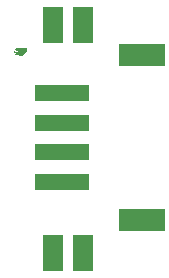
<source format=gts>
G04 DipTrace 2.4.0.2*
%IN4P-RGB-Strip.gts*%
%MOMM*%
%ADD25R,1.75X2.082*%
%ADD26R,1.75X1.65*%
%ADD27R,3.95X1.85*%
%ADD28R,4.55X1.35*%
%FSLAX53Y53*%
G04*
G71*
G90*
G75*
G01*
%LNTopMask*%
%LPD*%
D28*
X14572Y16537D3*
Y19037D3*
Y21537D3*
Y24037D3*
D27*
X21372Y13337D3*
Y27237D3*
D26*
X13810Y11270D3*
X16350D3*
D25*
X13810Y10000D3*
X16350D3*
D26*
X13810Y29050D3*
X16350D3*
D25*
X13810Y30320D3*
X16350D3*
G36*
X11667Y27832D2*
X11638Y27642D1*
X11578Y27494D1*
X11502Y27400D1*
X11426Y27324D1*
X11313Y27261D1*
X11248Y27235D1*
X11153Y27215D1*
X11102Y27205D1*
X11019Y27200D1*
X10955Y27223D1*
X10917Y27261D1*
X10891Y27286D1*
X10827Y27299D1*
X10802Y27294D1*
X10751Y27279D1*
X10724Y27248D1*
X10625Y27330D1*
X10675Y27406D1*
Y27424D1*
X10586Y27460D1*
X10574Y27515D1*
X10564Y27616D1*
X10816Y27510D1*
X10848D1*
X10891Y27517D1*
X10901Y27540D1*
X10881Y27591D1*
X10765Y27654D1*
X10594Y27725D1*
X10619Y27776D1*
X10683Y27830D1*
X10873Y27756D1*
X10867Y27794D1*
Y27832D1*
X11667D1*
G37*
M02*

</source>
